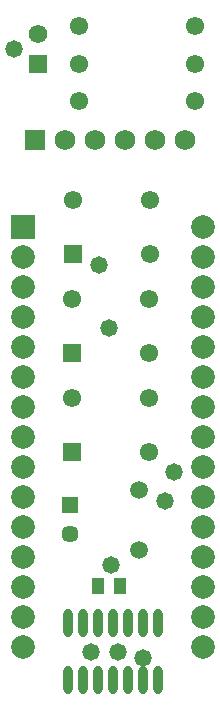
<source format=gts>
G04*
G04 #@! TF.GenerationSoftware,Altium Limited,Altium Designer,23.2.1 (34)*
G04*
G04 Layer_Color=8388736*
%FSLAX25Y25*%
%MOIN*%
G70*
G04*
G04 #@! TF.SameCoordinates,08813931-105C-4D26-8E83-7783437ACDD9*
G04*
G04*
G04 #@! TF.FilePolarity,Negative*
G04*
G01*
G75*
%ADD17R,0.03963X0.05544*%
%ADD18O,0.03162X0.09461*%
%ADD19R,0.07887X0.07887*%
%ADD20C,0.07887*%
%ADD21C,0.06115*%
%ADD22C,0.06102*%
%ADD23R,0.06102X0.06102*%
%ADD24C,0.06181*%
%ADD25R,0.06181X0.06181*%
%ADD26R,0.06902X0.06902*%
%ADD27C,0.06902*%
%ADD28R,0.05321X0.05321*%
%ADD29C,0.05721*%
%ADD30C,0.05981*%
%ADD31C,0.05800*%
D17*
X31256Y41000D02*
D03*
X38744D02*
D03*
D18*
X21500Y9551D02*
D03*
X26500D02*
D03*
X31500D02*
D03*
X36500D02*
D03*
X41500D02*
D03*
X46500D02*
D03*
X51500D02*
D03*
X21500Y28449D02*
D03*
X26500D02*
D03*
X31500D02*
D03*
X36500D02*
D03*
X41500D02*
D03*
X46500D02*
D03*
X51500D02*
D03*
D19*
X6500Y160500D02*
D03*
D20*
Y150500D02*
D03*
Y140500D02*
D03*
Y130500D02*
D03*
Y120500D02*
D03*
Y110500D02*
D03*
Y100500D02*
D03*
Y90500D02*
D03*
Y80500D02*
D03*
Y70500D02*
D03*
Y60500D02*
D03*
Y50500D02*
D03*
Y40500D02*
D03*
Y30500D02*
D03*
Y20500D02*
D03*
X66500D02*
D03*
Y30500D02*
D03*
Y40500D02*
D03*
Y50500D02*
D03*
Y60500D02*
D03*
Y70500D02*
D03*
Y80500D02*
D03*
Y90500D02*
D03*
Y100500D02*
D03*
Y110500D02*
D03*
Y120500D02*
D03*
Y130500D02*
D03*
Y140500D02*
D03*
Y150500D02*
D03*
Y160500D02*
D03*
D21*
X63791Y202500D02*
D03*
X25209D02*
D03*
X63791Y215000D02*
D03*
X25209D02*
D03*
X63791Y227500D02*
D03*
X25209D02*
D03*
D22*
X48795Y169358D02*
D03*
X23205D02*
D03*
X48795Y151642D02*
D03*
X48295Y136358D02*
D03*
X22705D02*
D03*
X48295Y118642D02*
D03*
Y103358D02*
D03*
X22705D02*
D03*
X48295Y85642D02*
D03*
D23*
X23205Y151642D02*
D03*
X22705Y118642D02*
D03*
Y85642D02*
D03*
D24*
X11500Y225000D02*
D03*
D25*
Y215000D02*
D03*
D26*
X10500Y189500D02*
D03*
D27*
X20500D02*
D03*
X30500D02*
D03*
X40500D02*
D03*
X50500D02*
D03*
X60500D02*
D03*
D28*
X22000Y68000D02*
D03*
D29*
Y58157D02*
D03*
D30*
X45000Y53000D02*
D03*
Y73000D02*
D03*
D31*
X29000Y19000D02*
D03*
X38000D02*
D03*
X35100Y126800D02*
D03*
X46500Y17000D02*
D03*
X31800Y148000D02*
D03*
X53700Y69300D02*
D03*
X56900Y78800D02*
D03*
X35600Y47700D02*
D03*
X3400Y220000D02*
D03*
M02*

</source>
